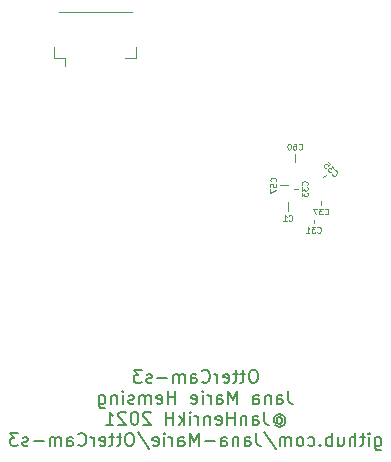
<source format=gbo>
G04 #@! TF.GenerationSoftware,KiCad,Pcbnew,5.1.5+dfsg1-2build2*
G04 #@! TF.CreationDate,2021-10-11T18:01:35+02:00*
G04 #@! TF.ProjectId,OtterCam-s3,4f747465-7243-4616-9d2d-73332e6b6963,rev?*
G04 #@! TF.SameCoordinates,Original*
G04 #@! TF.FileFunction,Legend,Bot*
G04 #@! TF.FilePolarity,Positive*
%FSLAX46Y46*%
G04 Gerber Fmt 4.6, Leading zero omitted, Abs format (unit mm)*
G04 Created by KiCad (PCBNEW 5.1.5+dfsg1-2build2) date 2021-10-11 18:01:35*
%MOMM*%
%LPD*%
G04 APERTURE LIST*
%ADD10C,0.130000*%
%ADD11C,0.120000*%
%ADD12C,0.080000*%
G04 APERTURE END LIST*
D10*
X79976190Y-88727619D02*
X79766666Y-88727619D01*
X79661904Y-88780000D01*
X79557142Y-88884761D01*
X79504761Y-89094285D01*
X79504761Y-89460952D01*
X79557142Y-89670476D01*
X79661904Y-89775238D01*
X79766666Y-89827619D01*
X79976190Y-89827619D01*
X80080952Y-89775238D01*
X80185714Y-89670476D01*
X80238095Y-89460952D01*
X80238095Y-89094285D01*
X80185714Y-88884761D01*
X80080952Y-88780000D01*
X79976190Y-88727619D01*
X79190476Y-89094285D02*
X78771428Y-89094285D01*
X79033333Y-88727619D02*
X79033333Y-89670476D01*
X78980952Y-89775238D01*
X78876190Y-89827619D01*
X78771428Y-89827619D01*
X78561904Y-89094285D02*
X78142857Y-89094285D01*
X78404761Y-88727619D02*
X78404761Y-89670476D01*
X78352380Y-89775238D01*
X78247619Y-89827619D01*
X78142857Y-89827619D01*
X77357142Y-89775238D02*
X77461904Y-89827619D01*
X77671428Y-89827619D01*
X77776190Y-89775238D01*
X77828571Y-89670476D01*
X77828571Y-89251428D01*
X77776190Y-89146666D01*
X77671428Y-89094285D01*
X77461904Y-89094285D01*
X77357142Y-89146666D01*
X77304761Y-89251428D01*
X77304761Y-89356190D01*
X77828571Y-89460952D01*
X76833333Y-89827619D02*
X76833333Y-89094285D01*
X76833333Y-89303809D02*
X76780952Y-89199047D01*
X76728571Y-89146666D01*
X76623809Y-89094285D01*
X76519047Y-89094285D01*
X75523809Y-89722857D02*
X75576190Y-89775238D01*
X75733333Y-89827619D01*
X75838095Y-89827619D01*
X75995238Y-89775238D01*
X76100000Y-89670476D01*
X76152380Y-89565714D01*
X76204761Y-89356190D01*
X76204761Y-89199047D01*
X76152380Y-88989523D01*
X76100000Y-88884761D01*
X75995238Y-88780000D01*
X75838095Y-88727619D01*
X75733333Y-88727619D01*
X75576190Y-88780000D01*
X75523809Y-88832380D01*
X74580952Y-89827619D02*
X74580952Y-89251428D01*
X74633333Y-89146666D01*
X74738095Y-89094285D01*
X74947619Y-89094285D01*
X75052380Y-89146666D01*
X74580952Y-89775238D02*
X74685714Y-89827619D01*
X74947619Y-89827619D01*
X75052380Y-89775238D01*
X75104761Y-89670476D01*
X75104761Y-89565714D01*
X75052380Y-89460952D01*
X74947619Y-89408571D01*
X74685714Y-89408571D01*
X74580952Y-89356190D01*
X74057142Y-89827619D02*
X74057142Y-89094285D01*
X74057142Y-89199047D02*
X74004761Y-89146666D01*
X73900000Y-89094285D01*
X73742857Y-89094285D01*
X73638095Y-89146666D01*
X73585714Y-89251428D01*
X73585714Y-89827619D01*
X73585714Y-89251428D02*
X73533333Y-89146666D01*
X73428571Y-89094285D01*
X73271428Y-89094285D01*
X73166666Y-89146666D01*
X73114285Y-89251428D01*
X73114285Y-89827619D01*
X72590476Y-89408571D02*
X71752380Y-89408571D01*
X71280952Y-89775238D02*
X71176190Y-89827619D01*
X70966666Y-89827619D01*
X70861904Y-89775238D01*
X70809523Y-89670476D01*
X70809523Y-89618095D01*
X70861904Y-89513333D01*
X70966666Y-89460952D01*
X71123809Y-89460952D01*
X71228571Y-89408571D01*
X71280952Y-89303809D01*
X71280952Y-89251428D01*
X71228571Y-89146666D01*
X71123809Y-89094285D01*
X70966666Y-89094285D01*
X70861904Y-89146666D01*
X70442857Y-88727619D02*
X69761904Y-88727619D01*
X70128571Y-89146666D01*
X69971428Y-89146666D01*
X69866666Y-89199047D01*
X69814285Y-89251428D01*
X69761904Y-89356190D01*
X69761904Y-89618095D01*
X69814285Y-89722857D01*
X69866666Y-89775238D01*
X69971428Y-89827619D01*
X70285714Y-89827619D01*
X70390476Y-89775238D01*
X70442857Y-89722857D01*
X82857142Y-90507619D02*
X82857142Y-91293333D01*
X82909523Y-91450476D01*
X83014285Y-91555238D01*
X83171428Y-91607619D01*
X83276190Y-91607619D01*
X81861904Y-91607619D02*
X81861904Y-91031428D01*
X81914285Y-90926666D01*
X82019047Y-90874285D01*
X82228571Y-90874285D01*
X82333333Y-90926666D01*
X81861904Y-91555238D02*
X81966666Y-91607619D01*
X82228571Y-91607619D01*
X82333333Y-91555238D01*
X82385714Y-91450476D01*
X82385714Y-91345714D01*
X82333333Y-91240952D01*
X82228571Y-91188571D01*
X81966666Y-91188571D01*
X81861904Y-91136190D01*
X81338095Y-90874285D02*
X81338095Y-91607619D01*
X81338095Y-90979047D02*
X81285714Y-90926666D01*
X81180952Y-90874285D01*
X81023809Y-90874285D01*
X80919047Y-90926666D01*
X80866666Y-91031428D01*
X80866666Y-91607619D01*
X79871428Y-91607619D02*
X79871428Y-91031428D01*
X79923809Y-90926666D01*
X80028571Y-90874285D01*
X80238095Y-90874285D01*
X80342857Y-90926666D01*
X79871428Y-91555238D02*
X79976190Y-91607619D01*
X80238095Y-91607619D01*
X80342857Y-91555238D01*
X80395238Y-91450476D01*
X80395238Y-91345714D01*
X80342857Y-91240952D01*
X80238095Y-91188571D01*
X79976190Y-91188571D01*
X79871428Y-91136190D01*
X78509523Y-91607619D02*
X78509523Y-90507619D01*
X78142857Y-91293333D01*
X77776190Y-90507619D01*
X77776190Y-91607619D01*
X76780952Y-91607619D02*
X76780952Y-91031428D01*
X76833333Y-90926666D01*
X76938095Y-90874285D01*
X77147619Y-90874285D01*
X77252380Y-90926666D01*
X76780952Y-91555238D02*
X76885714Y-91607619D01*
X77147619Y-91607619D01*
X77252380Y-91555238D01*
X77304761Y-91450476D01*
X77304761Y-91345714D01*
X77252380Y-91240952D01*
X77147619Y-91188571D01*
X76885714Y-91188571D01*
X76780952Y-91136190D01*
X76257142Y-91607619D02*
X76257142Y-90874285D01*
X76257142Y-91083809D02*
X76204761Y-90979047D01*
X76152380Y-90926666D01*
X76047619Y-90874285D01*
X75942857Y-90874285D01*
X75576190Y-91607619D02*
X75576190Y-90874285D01*
X75576190Y-90507619D02*
X75628571Y-90560000D01*
X75576190Y-90612380D01*
X75523809Y-90560000D01*
X75576190Y-90507619D01*
X75576190Y-90612380D01*
X74633333Y-91555238D02*
X74738095Y-91607619D01*
X74947619Y-91607619D01*
X75052380Y-91555238D01*
X75104761Y-91450476D01*
X75104761Y-91031428D01*
X75052380Y-90926666D01*
X74947619Y-90874285D01*
X74738095Y-90874285D01*
X74633333Y-90926666D01*
X74580952Y-91031428D01*
X74580952Y-91136190D01*
X75104761Y-91240952D01*
X73271428Y-91607619D02*
X73271428Y-90507619D01*
X73271428Y-91031428D02*
X72642857Y-91031428D01*
X72642857Y-91607619D02*
X72642857Y-90507619D01*
X71700000Y-91555238D02*
X71804761Y-91607619D01*
X72014285Y-91607619D01*
X72119047Y-91555238D01*
X72171428Y-91450476D01*
X72171428Y-91031428D01*
X72119047Y-90926666D01*
X72014285Y-90874285D01*
X71804761Y-90874285D01*
X71700000Y-90926666D01*
X71647619Y-91031428D01*
X71647619Y-91136190D01*
X72171428Y-91240952D01*
X71176190Y-91607619D02*
X71176190Y-90874285D01*
X71176190Y-90979047D02*
X71123809Y-90926666D01*
X71019047Y-90874285D01*
X70861904Y-90874285D01*
X70757142Y-90926666D01*
X70704761Y-91031428D01*
X70704761Y-91607619D01*
X70704761Y-91031428D02*
X70652380Y-90926666D01*
X70547619Y-90874285D01*
X70390476Y-90874285D01*
X70285714Y-90926666D01*
X70233333Y-91031428D01*
X70233333Y-91607619D01*
X69761904Y-91555238D02*
X69657142Y-91607619D01*
X69447619Y-91607619D01*
X69342857Y-91555238D01*
X69290476Y-91450476D01*
X69290476Y-91398095D01*
X69342857Y-91293333D01*
X69447619Y-91240952D01*
X69604761Y-91240952D01*
X69709523Y-91188571D01*
X69761904Y-91083809D01*
X69761904Y-91031428D01*
X69709523Y-90926666D01*
X69604761Y-90874285D01*
X69447619Y-90874285D01*
X69342857Y-90926666D01*
X68819047Y-91607619D02*
X68819047Y-90874285D01*
X68819047Y-90507619D02*
X68871428Y-90560000D01*
X68819047Y-90612380D01*
X68766666Y-90560000D01*
X68819047Y-90507619D01*
X68819047Y-90612380D01*
X68295238Y-90874285D02*
X68295238Y-91607619D01*
X68295238Y-90979047D02*
X68242857Y-90926666D01*
X68138095Y-90874285D01*
X67980952Y-90874285D01*
X67876190Y-90926666D01*
X67823809Y-91031428D01*
X67823809Y-91607619D01*
X66828571Y-90874285D02*
X66828571Y-91764761D01*
X66880952Y-91869523D01*
X66933333Y-91921904D01*
X67038095Y-91974285D01*
X67195238Y-91974285D01*
X67300000Y-91921904D01*
X66828571Y-91555238D02*
X66933333Y-91607619D01*
X67142857Y-91607619D01*
X67247619Y-91555238D01*
X67300000Y-91502857D01*
X67352380Y-91398095D01*
X67352380Y-91083809D01*
X67300000Y-90979047D01*
X67247619Y-90926666D01*
X67142857Y-90874285D01*
X66933333Y-90874285D01*
X66828571Y-90926666D01*
X81861904Y-92863809D02*
X81914285Y-92811428D01*
X82019047Y-92759047D01*
X82123809Y-92759047D01*
X82228571Y-92811428D01*
X82280952Y-92863809D01*
X82333333Y-92968571D01*
X82333333Y-93073333D01*
X82280952Y-93178095D01*
X82228571Y-93230476D01*
X82123809Y-93282857D01*
X82019047Y-93282857D01*
X81914285Y-93230476D01*
X81861904Y-93178095D01*
X81861904Y-92759047D02*
X81861904Y-93178095D01*
X81809523Y-93230476D01*
X81757142Y-93230476D01*
X81652380Y-93178095D01*
X81600000Y-93073333D01*
X81600000Y-92811428D01*
X81704761Y-92654285D01*
X81861904Y-92549523D01*
X82071428Y-92497142D01*
X82280952Y-92549523D01*
X82438095Y-92654285D01*
X82542857Y-92811428D01*
X82595238Y-93020952D01*
X82542857Y-93230476D01*
X82438095Y-93387619D01*
X82280952Y-93492380D01*
X82071428Y-93544761D01*
X81861904Y-93492380D01*
X81704761Y-93387619D01*
X80814285Y-92287619D02*
X80814285Y-93073333D01*
X80866666Y-93230476D01*
X80971428Y-93335238D01*
X81128571Y-93387619D01*
X81233333Y-93387619D01*
X79819047Y-93387619D02*
X79819047Y-92811428D01*
X79871428Y-92706666D01*
X79976190Y-92654285D01*
X80185714Y-92654285D01*
X80290476Y-92706666D01*
X79819047Y-93335238D02*
X79923809Y-93387619D01*
X80185714Y-93387619D01*
X80290476Y-93335238D01*
X80342857Y-93230476D01*
X80342857Y-93125714D01*
X80290476Y-93020952D01*
X80185714Y-92968571D01*
X79923809Y-92968571D01*
X79819047Y-92916190D01*
X79295238Y-92654285D02*
X79295238Y-93387619D01*
X79295238Y-92759047D02*
X79242857Y-92706666D01*
X79138095Y-92654285D01*
X78980952Y-92654285D01*
X78876190Y-92706666D01*
X78823809Y-92811428D01*
X78823809Y-93387619D01*
X78300000Y-93387619D02*
X78300000Y-92287619D01*
X78300000Y-92811428D02*
X77671428Y-92811428D01*
X77671428Y-93387619D02*
X77671428Y-92287619D01*
X76728571Y-93335238D02*
X76833333Y-93387619D01*
X77042857Y-93387619D01*
X77147619Y-93335238D01*
X77200000Y-93230476D01*
X77200000Y-92811428D01*
X77147619Y-92706666D01*
X77042857Y-92654285D01*
X76833333Y-92654285D01*
X76728571Y-92706666D01*
X76676190Y-92811428D01*
X76676190Y-92916190D01*
X77200000Y-93020952D01*
X76204761Y-92654285D02*
X76204761Y-93387619D01*
X76204761Y-92759047D02*
X76152380Y-92706666D01*
X76047619Y-92654285D01*
X75890476Y-92654285D01*
X75785714Y-92706666D01*
X75733333Y-92811428D01*
X75733333Y-93387619D01*
X75209523Y-93387619D02*
X75209523Y-92654285D01*
X75209523Y-92863809D02*
X75157142Y-92759047D01*
X75104761Y-92706666D01*
X75000000Y-92654285D01*
X74895238Y-92654285D01*
X74528571Y-93387619D02*
X74528571Y-92654285D01*
X74528571Y-92287619D02*
X74580952Y-92340000D01*
X74528571Y-92392380D01*
X74476190Y-92340000D01*
X74528571Y-92287619D01*
X74528571Y-92392380D01*
X74004761Y-93387619D02*
X74004761Y-92287619D01*
X73900000Y-92968571D02*
X73585714Y-93387619D01*
X73585714Y-92654285D02*
X74004761Y-93073333D01*
X73114285Y-93387619D02*
X73114285Y-92287619D01*
X73114285Y-92811428D02*
X72485714Y-92811428D01*
X72485714Y-93387619D02*
X72485714Y-92287619D01*
X71176190Y-92392380D02*
X71123809Y-92340000D01*
X71019047Y-92287619D01*
X70757142Y-92287619D01*
X70652380Y-92340000D01*
X70600000Y-92392380D01*
X70547619Y-92497142D01*
X70547619Y-92601904D01*
X70600000Y-92759047D01*
X71228571Y-93387619D01*
X70547619Y-93387619D01*
X69866666Y-92287619D02*
X69761904Y-92287619D01*
X69657142Y-92340000D01*
X69604761Y-92392380D01*
X69552380Y-92497142D01*
X69500000Y-92706666D01*
X69500000Y-92968571D01*
X69552380Y-93178095D01*
X69604761Y-93282857D01*
X69657142Y-93335238D01*
X69761904Y-93387619D01*
X69866666Y-93387619D01*
X69971428Y-93335238D01*
X70023809Y-93282857D01*
X70076190Y-93178095D01*
X70128571Y-92968571D01*
X70128571Y-92706666D01*
X70076190Y-92497142D01*
X70023809Y-92392380D01*
X69971428Y-92340000D01*
X69866666Y-92287619D01*
X69080952Y-92392380D02*
X69028571Y-92340000D01*
X68923809Y-92287619D01*
X68661904Y-92287619D01*
X68557142Y-92340000D01*
X68504761Y-92392380D01*
X68452380Y-92497142D01*
X68452380Y-92601904D01*
X68504761Y-92759047D01*
X69133333Y-93387619D01*
X68452380Y-93387619D01*
X67404761Y-93387619D02*
X68033333Y-93387619D01*
X67719047Y-93387619D02*
X67719047Y-92287619D01*
X67823809Y-92444761D01*
X67928571Y-92549523D01*
X68033333Y-92601904D01*
X90190476Y-94434285D02*
X90190476Y-95324761D01*
X90242857Y-95429523D01*
X90295238Y-95481904D01*
X90400000Y-95534285D01*
X90557142Y-95534285D01*
X90661904Y-95481904D01*
X90190476Y-95115238D02*
X90295238Y-95167619D01*
X90504761Y-95167619D01*
X90609523Y-95115238D01*
X90661904Y-95062857D01*
X90714285Y-94958095D01*
X90714285Y-94643809D01*
X90661904Y-94539047D01*
X90609523Y-94486666D01*
X90504761Y-94434285D01*
X90295238Y-94434285D01*
X90190476Y-94486666D01*
X89666666Y-95167619D02*
X89666666Y-94434285D01*
X89666666Y-94067619D02*
X89719047Y-94120000D01*
X89666666Y-94172380D01*
X89614285Y-94120000D01*
X89666666Y-94067619D01*
X89666666Y-94172380D01*
X89300000Y-94434285D02*
X88880952Y-94434285D01*
X89142857Y-94067619D02*
X89142857Y-95010476D01*
X89090476Y-95115238D01*
X88985714Y-95167619D01*
X88880952Y-95167619D01*
X88514285Y-95167619D02*
X88514285Y-94067619D01*
X88042857Y-95167619D02*
X88042857Y-94591428D01*
X88095238Y-94486666D01*
X88200000Y-94434285D01*
X88357142Y-94434285D01*
X88461904Y-94486666D01*
X88514285Y-94539047D01*
X87047619Y-94434285D02*
X87047619Y-95167619D01*
X87519047Y-94434285D02*
X87519047Y-95010476D01*
X87466666Y-95115238D01*
X87361904Y-95167619D01*
X87204761Y-95167619D01*
X87100000Y-95115238D01*
X87047619Y-95062857D01*
X86523809Y-95167619D02*
X86523809Y-94067619D01*
X86523809Y-94486666D02*
X86419047Y-94434285D01*
X86209523Y-94434285D01*
X86104761Y-94486666D01*
X86052380Y-94539047D01*
X86000000Y-94643809D01*
X86000000Y-94958095D01*
X86052380Y-95062857D01*
X86104761Y-95115238D01*
X86209523Y-95167619D01*
X86419047Y-95167619D01*
X86523809Y-95115238D01*
X85528571Y-95062857D02*
X85476190Y-95115238D01*
X85528571Y-95167619D01*
X85580952Y-95115238D01*
X85528571Y-95062857D01*
X85528571Y-95167619D01*
X84533333Y-95115238D02*
X84638095Y-95167619D01*
X84847619Y-95167619D01*
X84952380Y-95115238D01*
X85004761Y-95062857D01*
X85057142Y-94958095D01*
X85057142Y-94643809D01*
X85004761Y-94539047D01*
X84952380Y-94486666D01*
X84847619Y-94434285D01*
X84638095Y-94434285D01*
X84533333Y-94486666D01*
X83904761Y-95167619D02*
X84009523Y-95115238D01*
X84061904Y-95062857D01*
X84114285Y-94958095D01*
X84114285Y-94643809D01*
X84061904Y-94539047D01*
X84009523Y-94486666D01*
X83904761Y-94434285D01*
X83747619Y-94434285D01*
X83642857Y-94486666D01*
X83590476Y-94539047D01*
X83538095Y-94643809D01*
X83538095Y-94958095D01*
X83590476Y-95062857D01*
X83642857Y-95115238D01*
X83747619Y-95167619D01*
X83904761Y-95167619D01*
X83066666Y-95167619D02*
X83066666Y-94434285D01*
X83066666Y-94539047D02*
X83014285Y-94486666D01*
X82909523Y-94434285D01*
X82752380Y-94434285D01*
X82647619Y-94486666D01*
X82595238Y-94591428D01*
X82595238Y-95167619D01*
X82595238Y-94591428D02*
X82542857Y-94486666D01*
X82438095Y-94434285D01*
X82280952Y-94434285D01*
X82176190Y-94486666D01*
X82123809Y-94591428D01*
X82123809Y-95167619D01*
X80814285Y-94015238D02*
X81757142Y-95429523D01*
X80133333Y-94067619D02*
X80133333Y-94853333D01*
X80185714Y-95010476D01*
X80290476Y-95115238D01*
X80447619Y-95167619D01*
X80552380Y-95167619D01*
X79138095Y-95167619D02*
X79138095Y-94591428D01*
X79190476Y-94486666D01*
X79295238Y-94434285D01*
X79504761Y-94434285D01*
X79609523Y-94486666D01*
X79138095Y-95115238D02*
X79242857Y-95167619D01*
X79504761Y-95167619D01*
X79609523Y-95115238D01*
X79661904Y-95010476D01*
X79661904Y-94905714D01*
X79609523Y-94800952D01*
X79504761Y-94748571D01*
X79242857Y-94748571D01*
X79138095Y-94696190D01*
X78614285Y-94434285D02*
X78614285Y-95167619D01*
X78614285Y-94539047D02*
X78561904Y-94486666D01*
X78457142Y-94434285D01*
X78300000Y-94434285D01*
X78195238Y-94486666D01*
X78142857Y-94591428D01*
X78142857Y-95167619D01*
X77147619Y-95167619D02*
X77147619Y-94591428D01*
X77200000Y-94486666D01*
X77304761Y-94434285D01*
X77514285Y-94434285D01*
X77619047Y-94486666D01*
X77147619Y-95115238D02*
X77252380Y-95167619D01*
X77514285Y-95167619D01*
X77619047Y-95115238D01*
X77671428Y-95010476D01*
X77671428Y-94905714D01*
X77619047Y-94800952D01*
X77514285Y-94748571D01*
X77252380Y-94748571D01*
X77147619Y-94696190D01*
X76623809Y-94748571D02*
X75785714Y-94748571D01*
X75261904Y-95167619D02*
X75261904Y-94067619D01*
X74895238Y-94853333D01*
X74528571Y-94067619D01*
X74528571Y-95167619D01*
X73533333Y-95167619D02*
X73533333Y-94591428D01*
X73585714Y-94486666D01*
X73690476Y-94434285D01*
X73900000Y-94434285D01*
X74004761Y-94486666D01*
X73533333Y-95115238D02*
X73638095Y-95167619D01*
X73900000Y-95167619D01*
X74004761Y-95115238D01*
X74057142Y-95010476D01*
X74057142Y-94905714D01*
X74004761Y-94800952D01*
X73900000Y-94748571D01*
X73638095Y-94748571D01*
X73533333Y-94696190D01*
X73009523Y-95167619D02*
X73009523Y-94434285D01*
X73009523Y-94643809D02*
X72957142Y-94539047D01*
X72904761Y-94486666D01*
X72800000Y-94434285D01*
X72695238Y-94434285D01*
X72328571Y-95167619D02*
X72328571Y-94434285D01*
X72328571Y-94067619D02*
X72380952Y-94120000D01*
X72328571Y-94172380D01*
X72276190Y-94120000D01*
X72328571Y-94067619D01*
X72328571Y-94172380D01*
X71385714Y-95115238D02*
X71490476Y-95167619D01*
X71700000Y-95167619D01*
X71804761Y-95115238D01*
X71857142Y-95010476D01*
X71857142Y-94591428D01*
X71804761Y-94486666D01*
X71700000Y-94434285D01*
X71490476Y-94434285D01*
X71385714Y-94486666D01*
X71333333Y-94591428D01*
X71333333Y-94696190D01*
X71857142Y-94800952D01*
X70076190Y-94015238D02*
X71019047Y-95429523D01*
X69500000Y-94067619D02*
X69290476Y-94067619D01*
X69185714Y-94120000D01*
X69080952Y-94224761D01*
X69028571Y-94434285D01*
X69028571Y-94800952D01*
X69080952Y-95010476D01*
X69185714Y-95115238D01*
X69290476Y-95167619D01*
X69500000Y-95167619D01*
X69604761Y-95115238D01*
X69709523Y-95010476D01*
X69761904Y-94800952D01*
X69761904Y-94434285D01*
X69709523Y-94224761D01*
X69604761Y-94120000D01*
X69500000Y-94067619D01*
X68714285Y-94434285D02*
X68295238Y-94434285D01*
X68557142Y-94067619D02*
X68557142Y-95010476D01*
X68504761Y-95115238D01*
X68400000Y-95167619D01*
X68295238Y-95167619D01*
X68085714Y-94434285D02*
X67666666Y-94434285D01*
X67928571Y-94067619D02*
X67928571Y-95010476D01*
X67876190Y-95115238D01*
X67771428Y-95167619D01*
X67666666Y-95167619D01*
X66880952Y-95115238D02*
X66985714Y-95167619D01*
X67195238Y-95167619D01*
X67300000Y-95115238D01*
X67352380Y-95010476D01*
X67352380Y-94591428D01*
X67300000Y-94486666D01*
X67195238Y-94434285D01*
X66985714Y-94434285D01*
X66880952Y-94486666D01*
X66828571Y-94591428D01*
X66828571Y-94696190D01*
X67352380Y-94800952D01*
X66357142Y-95167619D02*
X66357142Y-94434285D01*
X66357142Y-94643809D02*
X66304761Y-94539047D01*
X66252380Y-94486666D01*
X66147619Y-94434285D01*
X66042857Y-94434285D01*
X65047619Y-95062857D02*
X65100000Y-95115238D01*
X65257142Y-95167619D01*
X65361904Y-95167619D01*
X65519047Y-95115238D01*
X65623809Y-95010476D01*
X65676190Y-94905714D01*
X65728571Y-94696190D01*
X65728571Y-94539047D01*
X65676190Y-94329523D01*
X65623809Y-94224761D01*
X65519047Y-94120000D01*
X65361904Y-94067619D01*
X65257142Y-94067619D01*
X65100000Y-94120000D01*
X65047619Y-94172380D01*
X64104761Y-95167619D02*
X64104761Y-94591428D01*
X64157142Y-94486666D01*
X64261904Y-94434285D01*
X64471428Y-94434285D01*
X64576190Y-94486666D01*
X64104761Y-95115238D02*
X64209523Y-95167619D01*
X64471428Y-95167619D01*
X64576190Y-95115238D01*
X64628571Y-95010476D01*
X64628571Y-94905714D01*
X64576190Y-94800952D01*
X64471428Y-94748571D01*
X64209523Y-94748571D01*
X64104761Y-94696190D01*
X63580952Y-95167619D02*
X63580952Y-94434285D01*
X63580952Y-94539047D02*
X63528571Y-94486666D01*
X63423809Y-94434285D01*
X63266666Y-94434285D01*
X63161904Y-94486666D01*
X63109523Y-94591428D01*
X63109523Y-95167619D01*
X63109523Y-94591428D02*
X63057142Y-94486666D01*
X62952380Y-94434285D01*
X62795238Y-94434285D01*
X62690476Y-94486666D01*
X62638095Y-94591428D01*
X62638095Y-95167619D01*
X62114285Y-94748571D02*
X61276190Y-94748571D01*
X60804761Y-95115238D02*
X60700000Y-95167619D01*
X60490476Y-95167619D01*
X60385714Y-95115238D01*
X60333333Y-95010476D01*
X60333333Y-94958095D01*
X60385714Y-94853333D01*
X60490476Y-94800952D01*
X60647619Y-94800952D01*
X60752380Y-94748571D01*
X60804761Y-94643809D01*
X60804761Y-94591428D01*
X60752380Y-94486666D01*
X60647619Y-94434285D01*
X60490476Y-94434285D01*
X60385714Y-94486666D01*
X59966666Y-94067619D02*
X59285714Y-94067619D01*
X59652380Y-94486666D01*
X59495238Y-94486666D01*
X59390476Y-94539047D01*
X59338095Y-94591428D01*
X59285714Y-94696190D01*
X59285714Y-94958095D01*
X59338095Y-95062857D01*
X59390476Y-95115238D01*
X59495238Y-95167619D01*
X59809523Y-95167619D01*
X59914285Y-95115238D01*
X59966666Y-95062857D01*
D11*
X63385000Y-58390000D02*
X69615000Y-58390000D01*
X69985000Y-62310000D02*
X69035000Y-62310000D01*
X69985000Y-61360000D02*
X69985000Y-62310000D01*
X63965000Y-62310000D02*
X63965000Y-63000000D01*
X63015000Y-62310000D02*
X63965000Y-62310000D01*
X63015000Y-61360000D02*
X63015000Y-62310000D01*
X83400000Y-70450000D02*
X83400000Y-71150000D01*
X82850000Y-73100000D02*
X82150000Y-73100000D01*
X85600000Y-74450000D02*
X85600000Y-74750000D01*
X85793934Y-72406066D02*
X86006066Y-72193934D01*
X83650000Y-73400000D02*
X83350000Y-73400000D01*
X84980000Y-76000000D02*
X84980000Y-76300000D01*
X82800000Y-74550000D02*
X82800000Y-75250000D01*
D12*
X83721428Y-70028571D02*
X83745238Y-70052380D01*
X83816666Y-70076190D01*
X83864285Y-70076190D01*
X83935714Y-70052380D01*
X83983333Y-70004761D01*
X84007142Y-69957142D01*
X84030952Y-69861904D01*
X84030952Y-69790476D01*
X84007142Y-69695238D01*
X83983333Y-69647619D01*
X83935714Y-69600000D01*
X83864285Y-69576190D01*
X83816666Y-69576190D01*
X83745238Y-69600000D01*
X83721428Y-69623809D01*
X83292857Y-69576190D02*
X83388095Y-69576190D01*
X83435714Y-69600000D01*
X83459523Y-69623809D01*
X83507142Y-69695238D01*
X83530952Y-69790476D01*
X83530952Y-69980952D01*
X83507142Y-70028571D01*
X83483333Y-70052380D01*
X83435714Y-70076190D01*
X83340476Y-70076190D01*
X83292857Y-70052380D01*
X83269047Y-70028571D01*
X83245238Y-69980952D01*
X83245238Y-69861904D01*
X83269047Y-69814285D01*
X83292857Y-69790476D01*
X83340476Y-69766666D01*
X83435714Y-69766666D01*
X83483333Y-69790476D01*
X83507142Y-69814285D01*
X83530952Y-69861904D01*
X82935714Y-69576190D02*
X82888095Y-69576190D01*
X82840476Y-69600000D01*
X82816666Y-69623809D01*
X82792857Y-69671428D01*
X82769047Y-69766666D01*
X82769047Y-69885714D01*
X82792857Y-69980952D01*
X82816666Y-70028571D01*
X82840476Y-70052380D01*
X82888095Y-70076190D01*
X82935714Y-70076190D01*
X82983333Y-70052380D01*
X83007142Y-70028571D01*
X83030952Y-69980952D01*
X83054761Y-69885714D01*
X83054761Y-69766666D01*
X83030952Y-69671428D01*
X83007142Y-69623809D01*
X82983333Y-69600000D01*
X82935714Y-69576190D01*
X81778571Y-72778571D02*
X81802380Y-72754761D01*
X81826190Y-72683333D01*
X81826190Y-72635714D01*
X81802380Y-72564285D01*
X81754761Y-72516666D01*
X81707142Y-72492857D01*
X81611904Y-72469047D01*
X81540476Y-72469047D01*
X81445238Y-72492857D01*
X81397619Y-72516666D01*
X81350000Y-72564285D01*
X81326190Y-72635714D01*
X81326190Y-72683333D01*
X81350000Y-72754761D01*
X81373809Y-72778571D01*
X81326190Y-73230952D02*
X81326190Y-72992857D01*
X81564285Y-72969047D01*
X81540476Y-72992857D01*
X81516666Y-73040476D01*
X81516666Y-73159523D01*
X81540476Y-73207142D01*
X81564285Y-73230952D01*
X81611904Y-73254761D01*
X81730952Y-73254761D01*
X81778571Y-73230952D01*
X81802380Y-73207142D01*
X81826190Y-73159523D01*
X81826190Y-73040476D01*
X81802380Y-72992857D01*
X81778571Y-72969047D01*
X81326190Y-73421428D02*
X81326190Y-73754761D01*
X81826190Y-73540476D01*
X85921428Y-75528571D02*
X85945238Y-75552380D01*
X86016666Y-75576190D01*
X86064285Y-75576190D01*
X86135714Y-75552380D01*
X86183333Y-75504761D01*
X86207142Y-75457142D01*
X86230952Y-75361904D01*
X86230952Y-75290476D01*
X86207142Y-75195238D01*
X86183333Y-75147619D01*
X86135714Y-75100000D01*
X86064285Y-75076190D01*
X86016666Y-75076190D01*
X85945238Y-75100000D01*
X85921428Y-75123809D01*
X85754761Y-75076190D02*
X85445238Y-75076190D01*
X85611904Y-75266666D01*
X85540476Y-75266666D01*
X85492857Y-75290476D01*
X85469047Y-75314285D01*
X85445238Y-75361904D01*
X85445238Y-75480952D01*
X85469047Y-75528571D01*
X85492857Y-75552380D01*
X85540476Y-75576190D01*
X85683333Y-75576190D01*
X85730952Y-75552380D01*
X85754761Y-75528571D01*
X85278571Y-75076190D02*
X84945238Y-75076190D01*
X85159523Y-75576190D01*
X86531345Y-72123223D02*
X86531345Y-72156895D01*
X86565017Y-72224238D01*
X86598688Y-72257910D01*
X86666032Y-72291582D01*
X86733375Y-72291582D01*
X86783883Y-72274746D01*
X86868062Y-72224238D01*
X86918570Y-72173731D01*
X86969078Y-72089551D01*
X86985913Y-72039044D01*
X86985913Y-71971700D01*
X86952242Y-71904357D01*
X86918570Y-71870685D01*
X86851226Y-71837013D01*
X86817555Y-71837013D01*
X86733375Y-71685490D02*
X86514509Y-71466624D01*
X86497673Y-71719162D01*
X86447165Y-71668654D01*
X86396658Y-71651818D01*
X86362986Y-71651818D01*
X86312478Y-71668654D01*
X86228299Y-71752834D01*
X86211463Y-71803341D01*
X86211463Y-71837013D01*
X86228299Y-71887521D01*
X86329314Y-71988536D01*
X86379822Y-72005372D01*
X86413494Y-72005372D01*
X86194627Y-71146742D02*
X86362986Y-71315101D01*
X86211463Y-71500295D01*
X86211463Y-71466624D01*
X86194627Y-71416116D01*
X86110448Y-71331937D01*
X86059940Y-71315101D01*
X86026268Y-71315101D01*
X85975761Y-71331937D01*
X85891581Y-71416116D01*
X85874746Y-71466624D01*
X85874746Y-71500295D01*
X85891581Y-71550803D01*
X85975761Y-71634982D01*
X86026268Y-71651818D01*
X86059940Y-71651818D01*
X84428571Y-73078571D02*
X84452380Y-73054761D01*
X84476190Y-72983333D01*
X84476190Y-72935714D01*
X84452380Y-72864285D01*
X84404761Y-72816666D01*
X84357142Y-72792857D01*
X84261904Y-72769047D01*
X84190476Y-72769047D01*
X84095238Y-72792857D01*
X84047619Y-72816666D01*
X84000000Y-72864285D01*
X83976190Y-72935714D01*
X83976190Y-72983333D01*
X84000000Y-73054761D01*
X84023809Y-73078571D01*
X83976190Y-73245238D02*
X83976190Y-73554761D01*
X84166666Y-73388095D01*
X84166666Y-73459523D01*
X84190476Y-73507142D01*
X84214285Y-73530952D01*
X84261904Y-73554761D01*
X84380952Y-73554761D01*
X84428571Y-73530952D01*
X84452380Y-73507142D01*
X84476190Y-73459523D01*
X84476190Y-73316666D01*
X84452380Y-73269047D01*
X84428571Y-73245238D01*
X83976190Y-73721428D02*
X83976190Y-74030952D01*
X84166666Y-73864285D01*
X84166666Y-73935714D01*
X84190476Y-73983333D01*
X84214285Y-74007142D01*
X84261904Y-74030952D01*
X84380952Y-74030952D01*
X84428571Y-74007142D01*
X84452380Y-73983333D01*
X84476190Y-73935714D01*
X84476190Y-73792857D01*
X84452380Y-73745238D01*
X84428571Y-73721428D01*
X85301428Y-77078571D02*
X85325238Y-77102380D01*
X85396666Y-77126190D01*
X85444285Y-77126190D01*
X85515714Y-77102380D01*
X85563333Y-77054761D01*
X85587142Y-77007142D01*
X85610952Y-76911904D01*
X85610952Y-76840476D01*
X85587142Y-76745238D01*
X85563333Y-76697619D01*
X85515714Y-76650000D01*
X85444285Y-76626190D01*
X85396666Y-76626190D01*
X85325238Y-76650000D01*
X85301428Y-76673809D01*
X85134761Y-76626190D02*
X84825238Y-76626190D01*
X84991904Y-76816666D01*
X84920476Y-76816666D01*
X84872857Y-76840476D01*
X84849047Y-76864285D01*
X84825238Y-76911904D01*
X84825238Y-77030952D01*
X84849047Y-77078571D01*
X84872857Y-77102380D01*
X84920476Y-77126190D01*
X85063333Y-77126190D01*
X85110952Y-77102380D01*
X85134761Y-77078571D01*
X84349047Y-77126190D02*
X84634761Y-77126190D01*
X84491904Y-77126190D02*
X84491904Y-76626190D01*
X84539523Y-76697619D01*
X84587142Y-76745238D01*
X84634761Y-76769047D01*
X82883333Y-76078571D02*
X82907142Y-76102380D01*
X82978571Y-76126190D01*
X83026190Y-76126190D01*
X83097619Y-76102380D01*
X83145238Y-76054761D01*
X83169047Y-76007142D01*
X83192857Y-75911904D01*
X83192857Y-75840476D01*
X83169047Y-75745238D01*
X83145238Y-75697619D01*
X83097619Y-75650000D01*
X83026190Y-75626190D01*
X82978571Y-75626190D01*
X82907142Y-75650000D01*
X82883333Y-75673809D01*
X82407142Y-76126190D02*
X82692857Y-76126190D01*
X82550000Y-76126190D02*
X82550000Y-75626190D01*
X82597619Y-75697619D01*
X82645238Y-75745238D01*
X82692857Y-75769047D01*
M02*

</source>
